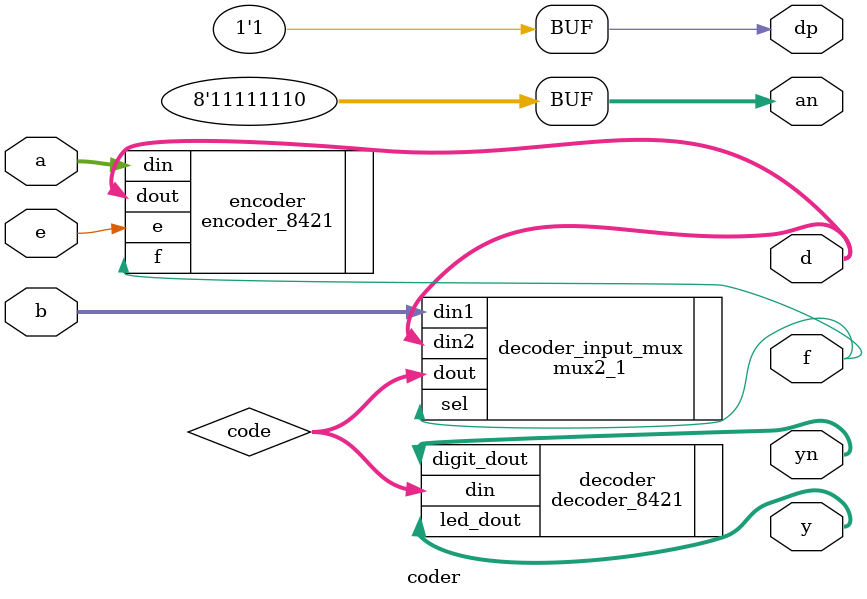
<source format=v>
`timescale 1ns / 1ps

module coder(
    input             e,
    input       [9:0] a,
    input       [3:0] b,
    output            f,
    output      [3:0] d,
    output      [9:0] y,
    output      [6:0] yn,
    output            dp,
    output      [7:0] an
    );
    assign dp = 1;
    assign an = 8'hfe;
    wire [3:0] code;
    
    encoder_8421 encoder(
        .din        (a),
        .e          (e),
        .dout       (d),
        .f          (f)
    );
    mux2_1 decoder_input_mux(
        .din1       (b),
        .din2       (d),
        .sel        (f),
        .dout       (code)
    );
    decoder_8421 decoder(
        .din        (code),
        .led_dout   (y),
        .digit_dout (yn)
    );
endmodule

</source>
